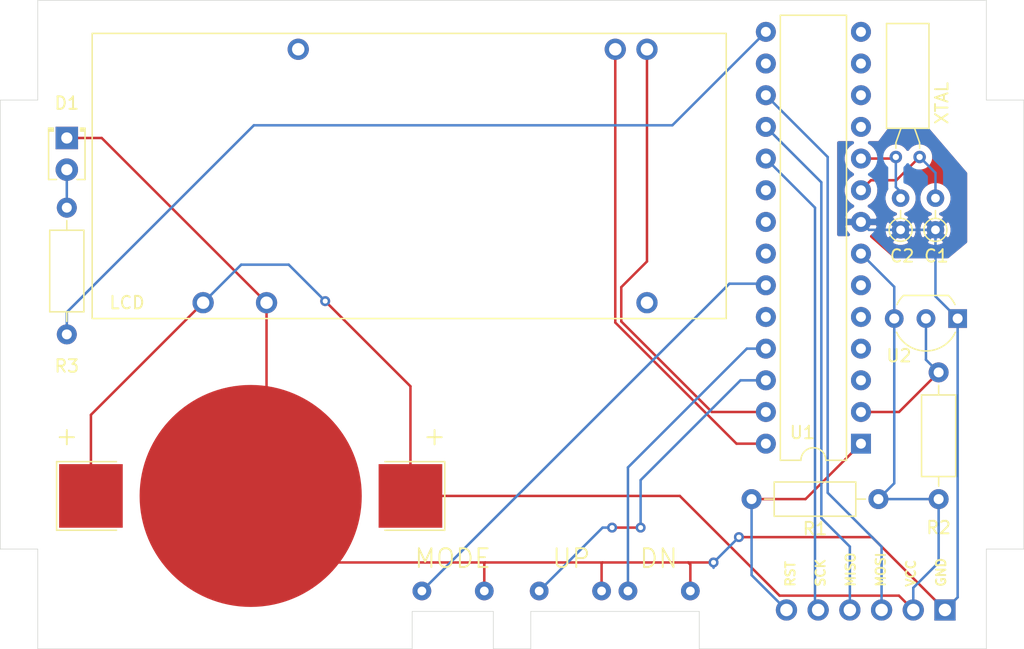
<source format=kicad_pcb>
(kicad_pcb (version 20171130) (host pcbnew "(5.1.9-0-10_14)")

  (general
    (thickness 1.6)
    (drawings 26)
    (tracks 109)
    (zones 0)
    (modules 15)
    (nets 17)
  )

  (page A4)
  (layers
    (0 F.Cu signal hide)
    (31 B.Cu signal hide)
    (32 B.Adhes user)
    (33 F.Adhes user)
    (34 B.Paste user)
    (35 F.Paste user)
    (36 B.SilkS user)
    (37 F.SilkS user)
    (38 B.Mask user)
    (39 F.Mask user hide)
    (40 Dwgs.User user)
    (41 Cmts.User user)
    (42 Eco1.User user)
    (43 Eco2.User user)
    (44 Edge.Cuts user)
    (45 Margin user)
    (46 B.CrtYd user hide)
    (47 F.CrtYd user hide)
    (48 B.Fab user hide)
    (49 F.Fab user hide)
  )

  (setup
    (last_trace_width 0.2)
    (user_trace_width 0.2)
    (user_trace_width 0.4)
    (trace_clearance 0.2)
    (zone_clearance 0.508)
    (zone_45_only no)
    (trace_min 0.2)
    (via_size 0.8)
    (via_drill 0.4)
    (via_min_size 0.4)
    (via_min_drill 0.3)
    (uvia_size 0.3)
    (uvia_drill 0.1)
    (uvias_allowed no)
    (uvia_min_size 0.2)
    (uvia_min_drill 0.1)
    (edge_width 0.05)
    (segment_width 0.2)
    (pcb_text_width 0.3)
    (pcb_text_size 1.5 1.5)
    (mod_edge_width 0.12)
    (mod_text_size 1 1)
    (mod_text_width 0.15)
    (pad_size 1.524 1.524)
    (pad_drill 0.762)
    (pad_to_mask_clearance 0)
    (aux_axis_origin 0 0)
    (visible_elements FFFFFF7F)
    (pcbplotparams
      (layerselection 0x010fc_ffffffff)
      (usegerberextensions false)
      (usegerberattributes true)
      (usegerberadvancedattributes true)
      (creategerberjobfile true)
      (excludeedgelayer true)
      (linewidth 0.100000)
      (plotframeref false)
      (viasonmask false)
      (mode 1)
      (useauxorigin false)
      (hpglpennumber 1)
      (hpglpenspeed 20)
      (hpglpendiameter 15.000000)
      (psnegative false)
      (psa4output false)
      (plotreference true)
      (plotvalue true)
      (plotinvisibletext false)
      (padsonsilk false)
      (subtractmaskfromsilk false)
      (outputformat 1)
      (mirror false)
      (drillshape 1)
      (scaleselection 1)
      (outputdirectory ""))
  )

  (net 0 "")
  (net 1 GND)
  (net 2 VCC)
  (net 3 "Net-(C1-Pad2)")
  (net 4 "Net-(C2-Pad2)")
  (net 5 PIN-RST)
  (net 6 PIN-SCK)
  (net 7 PIN-MISO)
  (net 8 PIN-MOSI)
  (net 9 PIN-SCL)
  (net 10 PIN-SDA)
  (net 11 PIN-DQ)
  (net 12 PIN-BTN-MODE)
  (net 13 PIN-BTN-MINUS)
  (net 14 PIN-BTN-PLUS)
  (net 15 "Net-(D1-Pad2)")
  (net 16 "Net-(R3-Pad1)")

  (net_class Default "This is the default net class."
    (clearance 0.2)
    (trace_width 0.25)
    (via_dia 0.8)
    (via_drill 0.4)
    (uvia_dia 0.3)
    (uvia_drill 0.1)
    (add_net GND)
    (add_net "Net-(C1-Pad2)")
    (add_net "Net-(C2-Pad2)")
    (add_net "Net-(D1-Pad2)")
    (add_net "Net-(R3-Pad1)")
    (add_net PIN-BTN-MINUS)
    (add_net PIN-BTN-MODE)
    (add_net PIN-BTN-PLUS)
    (add_net PIN-DQ)
    (add_net PIN-MISO)
    (add_net PIN-MOSI)
    (add_net PIN-RST)
    (add_net PIN-SCK)
    (add_net PIN-SCL)
    (add_net PIN-SDA)
    (add_net VCC)
  )

  (module Connector:LCD_Feather (layer F.Cu) (tedit 6403A7AC) (tstamp 6403DB17)
    (at 92.71 63.246 90)
    (descr "Through hole straight pin header, 2x16, 2.54mm pitch, double rows")
    (tags "Through hole pin header THT 2x16 2.54mm double row")
    (path /64059638)
    (fp_text reference LCD (at 0 -3.556 180) (layer F.SilkS)
      (effects (font (size 1 1) (thickness 0.15)))
    )
    (fp_text value LCD_Feather (at 17.78 34.29 180) (layer F.Fab)
      (effects (font (size 1 1) (thickness 0.15)))
    )
    (fp_text user %R (at 17.78 2.54 180) (layer F.Fab)
      (effects (font (size 1 1) (thickness 0.15)))
    )
    (fp_line (start -1.27 -6.35) (end 21.59 -6.35) (layer F.SilkS) (width 0.12))
    (fp_line (start 21.59 -6.35) (end 21.59 44.45) (layer F.SilkS) (width 0.12))
    (fp_line (start 21.59 44.45) (end -1.27 44.45) (layer F.SilkS) (width 0.12))
    (fp_line (start -1.27 44.45) (end -1.27 -6.35) (layer F.SilkS) (width 0.12))
    (pad 1 thru_hole oval (at 0 2.54 90) (size 1.7 1.7) (drill 1) (layers *.Cu *.Mask)
      (net 2 VCC))
    (pad 4 thru_hole oval (at 20.32 35.56 90) (size 1.7 1.7) (drill 1) (layers *.Cu *.Mask)
      (net 9 PIN-SCL))
    (pad 3 thru_hole oval (at 20.32 38.1 90) (size 1.7 1.7) (drill 1) (layers *.Cu *.Mask)
      (net 10 PIN-SDA))
    (pad 2 thru_hole oval (at 0 7.62 90) (size 1.7 1.7) (drill 1) (layers *.Cu *.Mask)
      (net 1 GND))
    (pad 5 thru_hole circle (at 20.32 10.16 90) (size 1.7 1.7) (drill 1) (layers *.Cu *.Mask))
    (pad 6 thru_hole circle (at 0 38.1 90) (size 1.7 1.7) (drill 1) (layers *.Cu *.Mask))
    (model ${KISYS3DMOD}/Connector_PinHeader_2.54mm.3dshapes/PinHeader_2x16_P2.54mm_Vertical.wrl
      (at (xyz 0 0 0))
      (scale (xyz 1 1 1))
      (rotate (xyz 0 0 0))
    )
  )

  (module Connector:PushButton5mm (layer F.Cu) (tedit 64039225) (tstamp 6403DB5D)
    (at 129.286 86.36)
    (descr "Through hole straight pin header, 1x02, 2.54mm pitch, single row")
    (tags "Through hole pin header THT 1x02 2.54mm single row")
    (path /6406A5EF)
    (fp_text reference SW2 (at 1.5 -4) (layer F.SilkS) hide
      (effects (font (size 1 1) (thickness 0.15)))
    )
    (fp_text value SW_Push (at 3 4) (layer F.Fab)
      (effects (font (size 1 1) (thickness 0.15)))
    )
    (fp_text user %R (at 2 2 180) (layer F.Fab)
      (effects (font (size 1 1) (thickness 0.15)))
    )
    (pad 2 thru_hole circle (at 5 0 90) (size 1.5 1.5) (drill 0.7) (layers *.Cu *.Mask)
      (net 1 GND))
    (pad 1 thru_hole circle (at 0 0 90) (size 1.5 1.5) (drill 0.7) (layers *.Cu *.Mask)
      (net 13 PIN-BTN-MINUS))
    (model ${KISYS3DMOD}/Connector_PinHeader_2.54mm.3dshapes/PinHeader_1x02_P2.54mm_Vertical.wrl
      (at (xyz 0 0 0))
      (scale (xyz 1 1 1))
      (rotate (xyz 0 0 0))
    )
  )

  (module Connector:PushButton5mm (layer F.Cu) (tedit 640391F2) (tstamp 6403DB69)
    (at 122.174 86.36)
    (descr "Through hole straight pin header, 1x02, 2.54mm pitch, single row")
    (tags "Through hole pin header THT 1x02 2.54mm single row")
    (path /6406B3AA)
    (fp_text reference SW3 (at 1.5 -4) (layer F.SilkS) hide
      (effects (font (size 1 1) (thickness 0.15)))
    )
    (fp_text value SW_Push (at 3 4) (layer F.Fab)
      (effects (font (size 1 1) (thickness 0.15)))
    )
    (fp_text user %R (at 2 2 180) (layer F.Fab)
      (effects (font (size 1 1) (thickness 0.15)))
    )
    (pad 2 thru_hole circle (at 5 0 90) (size 1.5 1.5) (drill 0.7) (layers *.Cu *.Mask)
      (net 1 GND))
    (pad 1 thru_hole circle (at 0 0 90) (size 1.5 1.5) (drill 0.7) (layers *.Cu *.Mask)
      (net 14 PIN-BTN-PLUS))
    (model ${KISYS3DMOD}/Connector_PinHeader_2.54mm.3dshapes/PinHeader_1x02_P2.54mm_Vertical.wrl
      (at (xyz 0 0 0))
      (scale (xyz 1 1 1))
      (rotate (xyz 0 0 0))
    )
  )

  (module Connector:PushButton5mm (layer F.Cu) (tedit 64039188) (tstamp 6403DB51)
    (at 112.776 86.36)
    (descr "Through hole straight pin header, 1x02, 2.54mm pitch, single row")
    (tags "Through hole pin header THT 1x02 2.54mm single row")
    (path /6406336A)
    (fp_text reference SW1 (at 1.5 -4) (layer F.SilkS) hide
      (effects (font (size 1 1) (thickness 0.15)))
    )
    (fp_text value SW_Push (at 3 4) (layer F.Fab)
      (effects (font (size 1 1) (thickness 0.15)))
    )
    (fp_text user %R (at 2 2 180) (layer F.Fab)
      (effects (font (size 1 1) (thickness 0.15)))
    )
    (pad 2 thru_hole circle (at 5 0 90) (size 1.5 1.5) (drill 0.7) (layers *.Cu *.Mask)
      (net 1 GND))
    (pad 1 thru_hole circle (at 0 0 90) (size 1.5 1.5) (drill 0.7) (layers *.Cu *.Mask)
      (net 12 PIN-BTN-MODE))
    (model ${KISYS3DMOD}/Connector_PinHeader_2.54mm.3dshapes/PinHeader_1x02_P2.54mm_Vertical.wrl
      (at (xyz 0 0 0))
      (scale (xyz 1 1 1))
      (rotate (xyz 0 0 0))
    )
  )

  (module Connector_PinHeader_2.54mm:PinHeader_1x06_P2.54mm_Vertical (layer F.Cu) (tedit 64038F9E) (tstamp 6403DB0A)
    (at 154.686 87.884 270)
    (descr "Through hole straight pin header, 1x06, 2.54mm pitch, single row")
    (tags "Through hole pin header THT 1x06 2.54mm single row")
    (path /64037738)
    (fp_text reference J1 (at 0 -2.33 270) (layer F.SilkS) hide
      (effects (font (size 1 1) (thickness 0.15)))
    )
    (fp_text value Port (at 0 15.03 270) (layer F.Fab)
      (effects (font (size 1 1) (thickness 0.15)))
    )
    (fp_text user %R (at 0 6.35) (layer F.Fab)
      (effects (font (size 1 1) (thickness 0.15)))
    )
    (fp_line (start -0.635 -1.27) (end 1.27 -1.27) (layer F.Fab) (width 0.1))
    (fp_line (start 1.27 -1.27) (end 1.27 13.97) (layer F.Fab) (width 0.1))
    (fp_line (start 1.27 13.97) (end -1.27 13.97) (layer F.Fab) (width 0.1))
    (fp_line (start -1.27 13.97) (end -1.27 -0.635) (layer F.Fab) (width 0.1))
    (fp_line (start -1.27 -0.635) (end -0.635 -1.27) (layer F.Fab) (width 0.1))
    (fp_line (start -1.8 -1.8) (end -1.8 14.5) (layer F.CrtYd) (width 0.05))
    (fp_line (start -1.8 14.5) (end 1.8 14.5) (layer F.CrtYd) (width 0.05))
    (fp_line (start 1.8 14.5) (end 1.8 -1.8) (layer F.CrtYd) (width 0.05))
    (fp_line (start 1.8 -1.8) (end -1.8 -1.8) (layer F.CrtYd) (width 0.05))
    (pad 6 thru_hole oval (at 0 12.7 270) (size 1.7 1.7) (drill 1) (layers *.Cu *.Mask)
      (net 5 PIN-RST))
    (pad 5 thru_hole oval (at 0 10.16 270) (size 1.7 1.7) (drill 1) (layers *.Cu *.Mask)
      (net 6 PIN-SCK))
    (pad 4 thru_hole oval (at 0 7.62 270) (size 1.7 1.7) (drill 1) (layers *.Cu *.Mask)
      (net 7 PIN-MISO))
    (pad 3 thru_hole oval (at 0 5.08 270) (size 1.7 1.7) (drill 1) (layers *.Cu *.Mask)
      (net 8 PIN-MOSI))
    (pad 2 thru_hole oval (at 0 2.54 270) (size 1.7 1.7) (drill 1) (layers *.Cu *.Mask)
      (net 2 VCC))
    (pad 1 thru_hole rect (at 0 0 270) (size 1.7 1.7) (drill 1) (layers *.Cu *.Mask)
      (net 1 GND))
    (model ${KISYS3DMOD}/Connector_PinHeader_2.54mm.3dshapes/PinHeader_1x06_P2.54mm_Vertical.wrl
      (at (xyz 0 0 0))
      (scale (xyz 1 1 1))
      (rotate (xyz 0 0 0))
    )
  )

  (module Battery:BatteryHolder_Keystone_3002_1x2032 (layer F.Cu) (tedit 64038EE1) (tstamp 6403DAD2)
    (at 99.06 78.74 180)
    (descr https://www.tme.eu/it/Document/a823211ec201a9e209042d155fe22d2b/KEYS2996.pdf)
    (tags "BR2016 CR2016 DL2016 BR2020 CL2020 BR2025 CR2025 DL2025 DR2032 CR2032 DL2032")
    (path /63D8E0EA)
    (attr smd)
    (fp_text reference BT1 (at -9.15 9.7 180) (layer F.SilkS) hide
      (effects (font (size 1 1) (thickness 0.15)))
    )
    (fp_text value "3V Coin" (at 0 -11 180) (layer F.Fab)
      (effects (font (size 1 1) (thickness 0.15)))
    )
    (fp_arc (start 0 0) (end 3.9 -9.8) (angle -43.40107348) (layer F.CrtYd) (width 0.05))
    (fp_text user %R (at -9.15 9.7 180) (layer F.Fab)
      (effects (font (size 1 1) (thickness 0.15)))
    )
    (fp_line (start 15.55 -2.75) (end 10.75 -2.75) (layer F.SilkS) (width 0.12))
    (fp_line (start 15.55 2.75) (end 15.55 -2.75) (layer F.SilkS) (width 0.12))
    (fp_line (start 10.75 2.75) (end 15.55 2.75) (layer F.SilkS) (width 0.12))
    (fp_line (start -15.55 2.75) (end -10.75 2.75) (layer F.SilkS) (width 0.12))
    (fp_line (start -15.55 -2.75) (end -15.55 2.75) (layer F.SilkS) (width 0.12))
    (fp_line (start -10.75 -2.75) (end -15.55 -2.75) (layer F.SilkS) (width 0.12))
    (fp_line (start -15.85 3.05) (end -15.85 -3.05) (layer F.CrtYd) (width 0.05))
    (fp_line (start -11.05 3.05) (end -15.85 3.05) (layer F.CrtYd) (width 0.05))
    (fp_line (start -11.05 6.35) (end -11.05 3.05) (layer F.CrtYd) (width 0.05))
    (fp_line (start -4.3 11.1) (end -11.05 6.35) (layer F.CrtYd) (width 0.05))
    (fp_line (start 4.3 11.1) (end -4.3 11.1) (layer F.CrtYd) (width 0.05))
    (fp_line (start 11.05 6.35) (end 4.3 11.1) (layer F.CrtYd) (width 0.05))
    (fp_line (start 11.05 3.05) (end 11.05 6.35) (layer F.CrtYd) (width 0.05))
    (fp_line (start 15.85 3.05) (end 11.05 3.05) (layer F.CrtYd) (width 0.05))
    (fp_line (start 15.85 -3.05) (end 15.85 3.05) (layer F.CrtYd) (width 0.05))
    (fp_line (start 11.05 -3.05) (end 15.85 -3.05) (layer F.CrtYd) (width 0.05))
    (fp_line (start 11.05 -9.8) (end 11.05 -3.05) (layer F.CrtYd) (width 0.05))
    (fp_line (start 11.05 -9.8) (end 3.9 -9.8) (layer F.CrtYd) (width 0.05))
    (fp_line (start -11.05 -9.8) (end -3.9 -9.8) (layer F.CrtYd) (width 0.05))
    (fp_line (start -11.05 -3.05) (end -11.05 -9.8) (layer F.CrtYd) (width 0.05))
    (fp_line (start -15.85 -3.05) (end -11.05 -3.05) (layer F.CrtYd) (width 0.05))
    (fp_circle (center 0 0) (end 10 0) (layer Dwgs.User) (width 0.2))
    (fp_line (start 10.55 5.9) (end 3.8 10.6) (layer F.Fab) (width 0.1))
    (fp_line (start -10.55 5.85) (end -3.8 10.6) (layer F.Fab) (width 0.1))
    (fp_line (start -10.55 -2.55) (end -10.55 -9.3) (layer F.Fab) (width 0.1))
    (fp_line (start 10.55 -9.3) (end -10.55 -9.3) (layer F.Fab) (width 0.1))
    (fp_line (start 10.55 -2.55) (end 10.55 -9.3) (layer F.Fab) (width 0.1))
    (fp_line (start 15.35 -2.55) (end 10.55 -2.55) (layer F.Fab) (width 0.1))
    (fp_line (start 15.35 2.55) (end 15.35 -2.55) (layer F.Fab) (width 0.1))
    (fp_line (start 10.55 2.55) (end 15.35 2.55) (layer F.Fab) (width 0.1))
    (fp_line (start -3.8 10.6) (end 3.8 10.6) (layer F.Fab) (width 0.1))
    (fp_line (start 10.55 2.55) (end 10.55 5.9) (layer F.Fab) (width 0.1))
    (fp_line (start -10.55 2.55) (end -10.55 5.85) (layer F.Fab) (width 0.1))
    (fp_line (start -15.35 -2.55) (end -10.55 -2.55) (layer F.Fab) (width 0.1))
    (fp_line (start -15.35 2.55) (end -10.55 2.55) (layer F.Fab) (width 0.1))
    (fp_line (start -15.35 -2.55) (end -15.35 2.55) (layer F.Fab) (width 0.1))
    (pad 2 smd circle (at 0 0 180) (size 17.8 17.8) (layers F.Cu F.Mask)
      (net 1 GND))
    (pad 1 smd rect (at -12.8 0 180) (size 5.1 5.1) (layers F.Cu F.Paste F.Mask)
      (net 2 VCC))
    (pad 1 smd rect (at 12.8 0 180) (size 5.1 5.1) (layers F.Cu F.Paste F.Mask)
      (net 2 VCC))
    (model ${KISYS3DMOD}/Battery.3dshapes/BatteryHolder_Keystone_3002_1x2032.wrl
      (at (xyz 0 0 0))
      (scale (xyz 1 1 1))
      (rotate (xyz 0 0 0))
    )
  )

  (module Resistor_THT:R_Axial_DIN0207_L6.3mm_D2.5mm_P10.16mm_Horizontal (layer F.Cu) (tedit 5AE5139B) (tstamp 6403F9D4)
    (at 84.328 65.786 90)
    (descr "Resistor, Axial_DIN0207 series, Axial, Horizontal, pin pitch=10.16mm, 0.25W = 1/4W, length*diameter=6.3*2.5mm^2, http://cdn-reichelt.de/documents/datenblatt/B400/1_4W%23YAG.pdf")
    (tags "Resistor Axial_DIN0207 series Axial Horizontal pin pitch 10.16mm 0.25W = 1/4W length 6.3mm diameter 2.5mm")
    (path /6409FDC2)
    (fp_text reference R3 (at -2.54 0) (layer F.SilkS)
      (effects (font (size 1 1) (thickness 0.15)))
    )
    (fp_text value 1k (at 5.08 2.37 90) (layer F.Fab)
      (effects (font (size 1 1) (thickness 0.15)))
    )
    (fp_text user %R (at 5.08 0 90) (layer F.Fab)
      (effects (font (size 1 1) (thickness 0.15)))
    )
    (fp_line (start 1.93 -1.25) (end 1.93 1.25) (layer F.Fab) (width 0.1))
    (fp_line (start 1.93 1.25) (end 8.23 1.25) (layer F.Fab) (width 0.1))
    (fp_line (start 8.23 1.25) (end 8.23 -1.25) (layer F.Fab) (width 0.1))
    (fp_line (start 8.23 -1.25) (end 1.93 -1.25) (layer F.Fab) (width 0.1))
    (fp_line (start 0 0) (end 1.93 0) (layer F.Fab) (width 0.1))
    (fp_line (start 10.16 0) (end 8.23 0) (layer F.Fab) (width 0.1))
    (fp_line (start 1.81 -1.37) (end 1.81 1.37) (layer F.SilkS) (width 0.12))
    (fp_line (start 1.81 1.37) (end 8.35 1.37) (layer F.SilkS) (width 0.12))
    (fp_line (start 8.35 1.37) (end 8.35 -1.37) (layer F.SilkS) (width 0.12))
    (fp_line (start 8.35 -1.37) (end 1.81 -1.37) (layer F.SilkS) (width 0.12))
    (fp_line (start 1.04 0) (end 1.81 0) (layer F.SilkS) (width 0.12))
    (fp_line (start 9.12 0) (end 8.35 0) (layer F.SilkS) (width 0.12))
    (fp_line (start -1.05 -1.5) (end -1.05 1.5) (layer F.CrtYd) (width 0.05))
    (fp_line (start -1.05 1.5) (end 11.21 1.5) (layer F.CrtYd) (width 0.05))
    (fp_line (start 11.21 1.5) (end 11.21 -1.5) (layer F.CrtYd) (width 0.05))
    (fp_line (start 11.21 -1.5) (end -1.05 -1.5) (layer F.CrtYd) (width 0.05))
    (pad 2 thru_hole oval (at 10.16 0 90) (size 1.6 1.6) (drill 0.8) (layers *.Cu *.Mask)
      (net 15 "Net-(D1-Pad2)"))
    (pad 1 thru_hole circle (at 0 0 90) (size 1.6 1.6) (drill 0.8) (layers *.Cu *.Mask)
      (net 16 "Net-(R3-Pad1)"))
    (model ${KISYS3DMOD}/Resistor_THT.3dshapes/R_Axial_DIN0207_L6.3mm_D2.5mm_P10.16mm_Horizontal.wrl
      (at (xyz 0 0 0))
      (scale (xyz 1 1 1))
      (rotate (xyz 0 0 0))
    )
  )

  (module LED_THT:LED_D2.0mm_W4.0mm_H2.8mm_FlatTop (layer F.Cu) (tedit 5880A862) (tstamp 6403F91B)
    (at 84.328 50.038 270)
    (descr "LED, Round, FlatTop,  Rectangular size 4.0x2.8mm^2 diameter 2.0mm, 2 pins, http://www.kingbright.com/attachments/file/psearch/000/00/00/L-1034IDT(Ver.9A).pdf")
    (tags "LED Round FlatTop  Rectangular size 4.0x2.8mm^2 diameter 2.0mm 2 pins")
    (path /6409ED50)
    (fp_text reference D1 (at -2.794 0) (layer F.SilkS)
      (effects (font (size 1 1) (thickness 0.15)))
    )
    (fp_text value LED (at 1.27 2.46 90) (layer F.Fab)
      (effects (font (size 1 1) (thickness 0.15)))
    )
    (fp_circle (center 1.27 0) (end 2.27 0) (layer F.Fab) (width 0.1))
    (fp_line (start -0.73 -1.4) (end -0.73 1.4) (layer F.Fab) (width 0.1))
    (fp_line (start -0.73 1.4) (end 3.27 1.4) (layer F.Fab) (width 0.1))
    (fp_line (start 3.27 1.4) (end 3.27 -1.4) (layer F.Fab) (width 0.1))
    (fp_line (start 3.27 -1.4) (end -0.73 -1.4) (layer F.Fab) (width 0.1))
    (fp_line (start -0.79 -1.46) (end 3.33 -1.46) (layer F.SilkS) (width 0.12))
    (fp_line (start -0.79 1.46) (end 3.33 1.46) (layer F.SilkS) (width 0.12))
    (fp_line (start -0.79 -1.46) (end -0.79 -1.08) (layer F.SilkS) (width 0.12))
    (fp_line (start -0.79 1.08) (end -0.79 1.46) (layer F.SilkS) (width 0.12))
    (fp_line (start 3.33 -1.46) (end 3.33 -0.825) (layer F.SilkS) (width 0.12))
    (fp_line (start 3.33 0.825) (end 3.33 1.46) (layer F.SilkS) (width 0.12))
    (fp_line (start -0.67 -1.46) (end -0.67 -1.08) (layer F.SilkS) (width 0.12))
    (fp_line (start -0.67 1.08) (end -0.67 1.46) (layer F.SilkS) (width 0.12))
    (fp_line (start -0.55 -1.46) (end -0.55 -1.08) (layer F.SilkS) (width 0.12))
    (fp_line (start -0.55 1.08) (end -0.55 1.46) (layer F.SilkS) (width 0.12))
    (fp_line (start -1.15 -1.75) (end -1.15 1.75) (layer F.CrtYd) (width 0.05))
    (fp_line (start -1.15 1.75) (end 3.7 1.75) (layer F.CrtYd) (width 0.05))
    (fp_line (start 3.7 1.75) (end 3.7 -1.75) (layer F.CrtYd) (width 0.05))
    (fp_line (start 3.7 -1.75) (end -1.15 -1.75) (layer F.CrtYd) (width 0.05))
    (pad 2 thru_hole circle (at 2.54 0 270) (size 1.8 1.8) (drill 0.9) (layers *.Cu *.Mask)
      (net 15 "Net-(D1-Pad2)"))
    (pad 1 thru_hole rect (at 0 0 270) (size 1.8 1.8) (drill 0.9) (layers *.Cu *.Mask)
      (net 1 GND))
    (model ${KISYS3DMOD}/LED_THT.3dshapes/LED_D2.0mm_W4.0mm_H2.8mm_FlatTop.wrl
      (at (xyz 0 0 0))
      (scale (xyz 1 1 1))
      (rotate (xyz 0 0 0))
    )
  )

  (module Crystal:Crystal_C38-LF_D3.0mm_L8.0mm_Horizontal (layer F.Cu) (tedit 64037E05) (tstamp 6403DBC8)
    (at 152.654 51.562 180)
    (descr "Crystal THT C38-LF 8.0mm length 3.0mm diameter")
    (tags ['C38-LF'])
    (path /63D97EB5)
    (fp_text reference XTAL (at -1.778 4.318 90) (layer F.SilkS)
      (effects (font (size 1 1) (thickness 0.15)))
    )
    (fp_text value 32kHz (at 3.97 2.25 90) (layer F.Fab)
      (effects (font (size 1 1) (thickness 0.15)))
    )
    (fp_text user %R (at 1.25 6.5 90) (layer F.Fab)
      (effects (font (size 0.7 0.7) (thickness 0.105)))
    )
    (fp_line (start -0.55 2.5) (end -0.55 10.5) (layer F.Fab) (width 0.1))
    (fp_line (start -0.55 10.5) (end 2.45 10.5) (layer F.Fab) (width 0.1))
    (fp_line (start 2.45 10.5) (end 2.45 2.5) (layer F.Fab) (width 0.1))
    (fp_line (start 2.45 2.5) (end -0.55 2.5) (layer F.Fab) (width 0.1))
    (fp_line (start 0.405 2.5) (end 0 1.25) (layer F.Fab) (width 0.1))
    (fp_line (start 0 1.25) (end 0 0) (layer F.Fab) (width 0.1))
    (fp_line (start 1.495 2.5) (end 1.9 1.25) (layer F.Fab) (width 0.1))
    (fp_line (start 1.9 1.25) (end 1.9 0) (layer F.Fab) (width 0.1))
    (fp_line (start -0.75 2.3) (end -0.75 10.7) (layer F.SilkS) (width 0.12))
    (fp_line (start -0.75 10.7) (end 2.65 10.7) (layer F.SilkS) (width 0.12))
    (fp_line (start 2.65 10.7) (end 2.65 2.3) (layer F.SilkS) (width 0.12))
    (fp_line (start 2.65 2.3) (end -0.75 2.3) (layer F.SilkS) (width 0.12))
    (fp_line (start 0.405 2.3) (end 0 1.15) (layer F.SilkS) (width 0.12))
    (fp_line (start 0 1.15) (end 0 0.7) (layer F.SilkS) (width 0.12))
    (fp_line (start 1.495 2.3) (end 1.9 1.15) (layer F.SilkS) (width 0.12))
    (fp_line (start 1.9 1.15) (end 1.9 0.7) (layer F.SilkS) (width 0.12))
    (fp_line (start -1.3 -0.8) (end -1.3 11.3) (layer F.CrtYd) (width 0.05))
    (fp_line (start -1.3 11.3) (end 3.2 11.3) (layer F.CrtYd) (width 0.05))
    (fp_line (start 3.2 11.3) (end 3.2 -0.8) (layer F.CrtYd) (width 0.05))
    (fp_line (start 3.2 -0.8) (end -1.3 -0.8) (layer F.CrtYd) (width 0.05))
    (pad 2 thru_hole circle (at 0 0 180) (size 1 1) (drill 0.5) (layers *.Cu *.Mask)
      (net 3 "Net-(C1-Pad2)"))
    (pad 1 thru_hole circle (at 1.905 0 180) (size 1 1) (drill 0.5) (layers *.Cu *.Mask)
      (net 4 "Net-(C2-Pad2)"))
    (model ${KISYS3DMOD}/Crystal.3dshapes/Crystal_C38-LF_D3.0mm_L8.0mm_Horizontal.wrl
      (at (xyz 0 0 0))
      (scale (xyz 1 1 1))
      (rotate (xyz 0 0 0))
    )
  )

  (module Package_TO_SOT_THT:TO-92_Inline_Wide (layer F.Cu) (tedit 5A02FF81) (tstamp 6403DBAD)
    (at 155.702 64.516 180)
    (descr "TO-92 leads in-line, wide, drill 0.75mm (see NXP sot054_po.pdf)")
    (tags "to-92 sc-43 sc-43a sot54 PA33 transistor")
    (path /6405CC84)
    (fp_text reference U2 (at 4.702 -2.984) (layer F.SilkS)
      (effects (font (size 1 1) (thickness 0.15)))
    )
    (fp_text value DS18B20 (at 2.54 2.79) (layer F.Fab)
      (effects (font (size 1 1) (thickness 0.15)))
    )
    (fp_arc (start 2.54 0) (end 4.34 1.85) (angle -20) (layer F.SilkS) (width 0.12))
    (fp_arc (start 2.54 0) (end 2.54 -2.48) (angle -135) (layer F.Fab) (width 0.1))
    (fp_arc (start 2.54 0) (end 2.54 -2.48) (angle 135) (layer F.Fab) (width 0.1))
    (fp_arc (start 2.54 0) (end 2.54 -2.6) (angle 65) (layer F.SilkS) (width 0.12))
    (fp_arc (start 2.54 0) (end 2.54 -2.6) (angle -65) (layer F.SilkS) (width 0.12))
    (fp_arc (start 2.54 0) (end 0.74 1.85) (angle 20) (layer F.SilkS) (width 0.12))
    (fp_text user %R (at 24.384 0.254 90) (layer F.Fab)
      (effects (font (size 1 1) (thickness 0.15)))
    )
    (fp_line (start 0.74 1.85) (end 4.34 1.85) (layer F.SilkS) (width 0.12))
    (fp_line (start 0.8 1.75) (end 4.3 1.75) (layer F.Fab) (width 0.1))
    (fp_line (start -1.01 -2.73) (end 6.09 -2.73) (layer F.CrtYd) (width 0.05))
    (fp_line (start -1.01 -2.73) (end -1.01 2.01) (layer F.CrtYd) (width 0.05))
    (fp_line (start 6.09 2.01) (end 6.09 -2.73) (layer F.CrtYd) (width 0.05))
    (fp_line (start 6.09 2.01) (end -1.01 2.01) (layer F.CrtYd) (width 0.05))
    (pad 1 thru_hole rect (at 0 0 180) (size 1.5 1.5) (drill 0.8) (layers *.Cu *.Mask)
      (net 1 GND))
    (pad 3 thru_hole circle (at 5.08 0 180) (size 1.5 1.5) (drill 0.8) (layers *.Cu *.Mask)
      (net 2 VCC))
    (pad 2 thru_hole circle (at 2.54 0 180) (size 1.5 1.5) (drill 0.8) (layers *.Cu *.Mask)
      (net 11 PIN-DQ))
    (model ${KISYS3DMOD}/Package_TO_SOT_THT.3dshapes/TO-92_Inline_Wide.wrl
      (at (xyz 0 0 0))
      (scale (xyz 1 1 1))
      (rotate (xyz 0 0 0))
    )
  )

  (module Package_DIP:DIP-28_W7.62mm (layer F.Cu) (tedit 5A02E8C5) (tstamp 6403DB99)
    (at 147.955 74.549 180)
    (descr "28-lead though-hole mounted DIP package, row spacing 7.62 mm (300 mils)")
    (tags "THT DIP DIL PDIP 2.54mm 7.62mm 300mil")
    (path /63D8B760)
    (fp_text reference U1 (at 4.699 0.889) (layer F.SilkS)
      (effects (font (size 1 1) (thickness 0.15)))
    )
    (fp_text value ATmega88V-10PU (at 3.81 35.35) (layer F.Fab)
      (effects (font (size 1 1) (thickness 0.15)))
    )
    (fp_text user %R (at 3.81 16.51) (layer F.Fab)
      (effects (font (size 1 1) (thickness 0.15)))
    )
    (fp_arc (start 3.81 -1.33) (end 2.81 -1.33) (angle -180) (layer F.SilkS) (width 0.12))
    (fp_line (start 1.635 -1.27) (end 6.985 -1.27) (layer F.Fab) (width 0.1))
    (fp_line (start 6.985 -1.27) (end 6.985 34.29) (layer F.Fab) (width 0.1))
    (fp_line (start 6.985 34.29) (end 0.635 34.29) (layer F.Fab) (width 0.1))
    (fp_line (start 0.635 34.29) (end 0.635 -0.27) (layer F.Fab) (width 0.1))
    (fp_line (start 0.635 -0.27) (end 1.635 -1.27) (layer F.Fab) (width 0.1))
    (fp_line (start 2.81 -1.33) (end 1.16 -1.33) (layer F.SilkS) (width 0.12))
    (fp_line (start 1.16 -1.33) (end 1.16 34.35) (layer F.SilkS) (width 0.12))
    (fp_line (start 1.16 34.35) (end 6.46 34.35) (layer F.SilkS) (width 0.12))
    (fp_line (start 6.46 34.35) (end 6.46 -1.33) (layer F.SilkS) (width 0.12))
    (fp_line (start 6.46 -1.33) (end 4.81 -1.33) (layer F.SilkS) (width 0.12))
    (fp_line (start -1.1 -1.55) (end -1.1 34.55) (layer F.CrtYd) (width 0.05))
    (fp_line (start -1.1 34.55) (end 8.7 34.55) (layer F.CrtYd) (width 0.05))
    (fp_line (start 8.7 34.55) (end 8.7 -1.55) (layer F.CrtYd) (width 0.05))
    (fp_line (start 8.7 -1.55) (end -1.1 -1.55) (layer F.CrtYd) (width 0.05))
    (pad 28 thru_hole oval (at 7.62 0 180) (size 1.6 1.6) (drill 0.8) (layers *.Cu *.Mask)
      (net 9 PIN-SCL))
    (pad 14 thru_hole oval (at 0 33.02 180) (size 1.6 1.6) (drill 0.8) (layers *.Cu *.Mask))
    (pad 27 thru_hole oval (at 7.62 2.54 180) (size 1.6 1.6) (drill 0.8) (layers *.Cu *.Mask)
      (net 10 PIN-SDA))
    (pad 13 thru_hole oval (at 0 30.48 180) (size 1.6 1.6) (drill 0.8) (layers *.Cu *.Mask))
    (pad 26 thru_hole oval (at 7.62 5.08 180) (size 1.6 1.6) (drill 0.8) (layers *.Cu *.Mask)
      (net 14 PIN-BTN-PLUS))
    (pad 12 thru_hole oval (at 0 27.94 180) (size 1.6 1.6) (drill 0.8) (layers *.Cu *.Mask))
    (pad 25 thru_hole oval (at 7.62 7.62 180) (size 1.6 1.6) (drill 0.8) (layers *.Cu *.Mask)
      (net 13 PIN-BTN-MINUS))
    (pad 11 thru_hole oval (at 0 25.4 180) (size 1.6 1.6) (drill 0.8) (layers *.Cu *.Mask))
    (pad 24 thru_hole oval (at 7.62 10.16 180) (size 1.6 1.6) (drill 0.8) (layers *.Cu *.Mask))
    (pad 10 thru_hole oval (at 0 22.86 180) (size 1.6 1.6) (drill 0.8) (layers *.Cu *.Mask)
      (net 4 "Net-(C2-Pad2)"))
    (pad 23 thru_hole oval (at 7.62 12.7 180) (size 1.6 1.6) (drill 0.8) (layers *.Cu *.Mask)
      (net 12 PIN-BTN-MODE))
    (pad 9 thru_hole oval (at 0 20.32 180) (size 1.6 1.6) (drill 0.8) (layers *.Cu *.Mask)
      (net 3 "Net-(C1-Pad2)"))
    (pad 22 thru_hole oval (at 7.62 15.24 180) (size 1.6 1.6) (drill 0.8) (layers *.Cu *.Mask))
    (pad 8 thru_hole oval (at 0 17.78 180) (size 1.6 1.6) (drill 0.8) (layers *.Cu *.Mask)
      (net 1 GND))
    (pad 21 thru_hole oval (at 7.62 17.78 180) (size 1.6 1.6) (drill 0.8) (layers *.Cu *.Mask))
    (pad 7 thru_hole oval (at 0 15.24 180) (size 1.6 1.6) (drill 0.8) (layers *.Cu *.Mask)
      (net 2 VCC))
    (pad 20 thru_hole oval (at 7.62 20.32 180) (size 1.6 1.6) (drill 0.8) (layers *.Cu *.Mask))
    (pad 6 thru_hole oval (at 0 12.7 180) (size 1.6 1.6) (drill 0.8) (layers *.Cu *.Mask))
    (pad 19 thru_hole oval (at 7.62 22.86 180) (size 1.6 1.6) (drill 0.8) (layers *.Cu *.Mask)
      (net 6 PIN-SCK))
    (pad 5 thru_hole oval (at 0 10.16 180) (size 1.6 1.6) (drill 0.8) (layers *.Cu *.Mask))
    (pad 18 thru_hole oval (at 7.62 25.4 180) (size 1.6 1.6) (drill 0.8) (layers *.Cu *.Mask)
      (net 7 PIN-MISO))
    (pad 4 thru_hole oval (at 0 7.62 180) (size 1.6 1.6) (drill 0.8) (layers *.Cu *.Mask))
    (pad 17 thru_hole oval (at 7.62 27.94 180) (size 1.6 1.6) (drill 0.8) (layers *.Cu *.Mask)
      (net 8 PIN-MOSI))
    (pad 3 thru_hole oval (at 0 5.08 180) (size 1.6 1.6) (drill 0.8) (layers *.Cu *.Mask))
    (pad 16 thru_hole oval (at 7.62 30.48 180) (size 1.6 1.6) (drill 0.8) (layers *.Cu *.Mask))
    (pad 2 thru_hole oval (at 0 2.54 180) (size 1.6 1.6) (drill 0.8) (layers *.Cu *.Mask)
      (net 11 PIN-DQ))
    (pad 15 thru_hole oval (at 7.62 33.02 180) (size 1.6 1.6) (drill 0.8) (layers *.Cu *.Mask)
      (net 16 "Net-(R3-Pad1)"))
    (pad 1 thru_hole rect (at 0 0 180) (size 1.6 1.6) (drill 0.8) (layers *.Cu *.Mask)
      (net 5 PIN-RST))
    (model ${KISYS3DMOD}/Package_DIP.3dshapes/DIP-28_W7.62mm.wrl
      (at (xyz 0 0 0))
      (scale (xyz 1 1 1))
      (rotate (xyz 0 0 0))
    )
  )

  (module Resistor_THT:R_Axial_DIN0207_L6.3mm_D2.5mm_P10.16mm_Horizontal (layer F.Cu) (tedit 5AE5139B) (tstamp 6403DB45)
    (at 154.178 68.834 270)
    (descr "Resistor, Axial_DIN0207 series, Axial, Horizontal, pin pitch=10.16mm, 0.25W = 1/4W, length*diameter=6.3*2.5mm^2, http://cdn-reichelt.de/documents/datenblatt/B400/1_4W%23YAG.pdf")
    (tags "Resistor Axial_DIN0207 series Axial Horizontal pin pitch 10.16mm 0.25W = 1/4W length 6.3mm diameter 2.5mm")
    (path /6405E32E)
    (fp_text reference R2 (at 12.446 0) (layer F.SilkS)
      (effects (font (size 1 1) (thickness 0.15)))
    )
    (fp_text value 5k (at 5.08 2.37 90) (layer F.Fab)
      (effects (font (size 1 1) (thickness 0.15)))
    )
    (fp_text user %R (at 5.08 0 90) (layer F.Fab)
      (effects (font (size 1 1) (thickness 0.15)))
    )
    (fp_line (start 1.93 -1.25) (end 1.93 1.25) (layer F.Fab) (width 0.1))
    (fp_line (start 1.93 1.25) (end 8.23 1.25) (layer F.Fab) (width 0.1))
    (fp_line (start 8.23 1.25) (end 8.23 -1.25) (layer F.Fab) (width 0.1))
    (fp_line (start 8.23 -1.25) (end 1.93 -1.25) (layer F.Fab) (width 0.1))
    (fp_line (start 0 0) (end 1.93 0) (layer F.Fab) (width 0.1))
    (fp_line (start 10.16 0) (end 8.23 0) (layer F.Fab) (width 0.1))
    (fp_line (start 1.81 -1.37) (end 1.81 1.37) (layer F.SilkS) (width 0.12))
    (fp_line (start 1.81 1.37) (end 8.35 1.37) (layer F.SilkS) (width 0.12))
    (fp_line (start 8.35 1.37) (end 8.35 -1.37) (layer F.SilkS) (width 0.12))
    (fp_line (start 8.35 -1.37) (end 1.81 -1.37) (layer F.SilkS) (width 0.12))
    (fp_line (start 1.04 0) (end 1.81 0) (layer F.SilkS) (width 0.12))
    (fp_line (start 9.12 0) (end 8.35 0) (layer F.SilkS) (width 0.12))
    (fp_line (start -1.05 -1.5) (end -1.05 1.5) (layer F.CrtYd) (width 0.05))
    (fp_line (start -1.05 1.5) (end 11.21 1.5) (layer F.CrtYd) (width 0.05))
    (fp_line (start 11.21 1.5) (end 11.21 -1.5) (layer F.CrtYd) (width 0.05))
    (fp_line (start 11.21 -1.5) (end -1.05 -1.5) (layer F.CrtYd) (width 0.05))
    (pad 2 thru_hole oval (at 10.16 0 270) (size 1.6 1.6) (drill 0.8) (layers *.Cu *.Mask)
      (net 2 VCC))
    (pad 1 thru_hole circle (at 0 0 270) (size 1.6 1.6) (drill 0.8) (layers *.Cu *.Mask)
      (net 11 PIN-DQ))
    (model ${KISYS3DMOD}/Resistor_THT.3dshapes/R_Axial_DIN0207_L6.3mm_D2.5mm_P10.16mm_Horizontal.wrl
      (at (xyz 0 0 0))
      (scale (xyz 1 1 1))
      (rotate (xyz 0 0 0))
    )
  )

  (module Resistor_THT:R_Axial_DIN0207_L6.3mm_D2.5mm_P10.16mm_Horizontal (layer F.Cu) (tedit 5AE5139B) (tstamp 6403DB2E)
    (at 149.352 78.994 180)
    (descr "Resistor, Axial_DIN0207 series, Axial, Horizontal, pin pitch=10.16mm, 0.25W = 1/4W, length*diameter=6.3*2.5mm^2, http://cdn-reichelt.de/documents/datenblatt/B400/1_4W%23YAG.pdf")
    (tags "Resistor Axial_DIN0207 series Axial Horizontal pin pitch 10.16mm 0.25W = 1/4W length 6.3mm diameter 2.5mm")
    (path /63D92D6A)
    (fp_text reference R1 (at 5.08 -2.37) (layer F.SilkS)
      (effects (font (size 1 1) (thickness 0.15)))
    )
    (fp_text value 10k (at 5.08 2.37) (layer F.Fab)
      (effects (font (size 1 1) (thickness 0.15)))
    )
    (fp_text user %R (at 5.08 0) (layer F.Fab)
      (effects (font (size 1 1) (thickness 0.15)))
    )
    (fp_line (start 1.93 -1.25) (end 1.93 1.25) (layer F.Fab) (width 0.1))
    (fp_line (start 1.93 1.25) (end 8.23 1.25) (layer F.Fab) (width 0.1))
    (fp_line (start 8.23 1.25) (end 8.23 -1.25) (layer F.Fab) (width 0.1))
    (fp_line (start 8.23 -1.25) (end 1.93 -1.25) (layer F.Fab) (width 0.1))
    (fp_line (start 0 0) (end 1.93 0) (layer F.Fab) (width 0.1))
    (fp_line (start 10.16 0) (end 8.23 0) (layer F.Fab) (width 0.1))
    (fp_line (start 1.81 -1.37) (end 1.81 1.37) (layer F.SilkS) (width 0.12))
    (fp_line (start 1.81 1.37) (end 8.35 1.37) (layer F.SilkS) (width 0.12))
    (fp_line (start 8.35 1.37) (end 8.35 -1.37) (layer F.SilkS) (width 0.12))
    (fp_line (start 8.35 -1.37) (end 1.81 -1.37) (layer F.SilkS) (width 0.12))
    (fp_line (start 1.04 0) (end 1.81 0) (layer F.SilkS) (width 0.12))
    (fp_line (start 9.12 0) (end 8.35 0) (layer F.SilkS) (width 0.12))
    (fp_line (start -1.05 -1.5) (end -1.05 1.5) (layer F.CrtYd) (width 0.05))
    (fp_line (start -1.05 1.5) (end 11.21 1.5) (layer F.CrtYd) (width 0.05))
    (fp_line (start 11.21 1.5) (end 11.21 -1.5) (layer F.CrtYd) (width 0.05))
    (fp_line (start 11.21 -1.5) (end -1.05 -1.5) (layer F.CrtYd) (width 0.05))
    (pad 2 thru_hole oval (at 10.16 0 180) (size 1.6 1.6) (drill 0.8) (layers *.Cu *.Mask)
      (net 5 PIN-RST))
    (pad 1 thru_hole circle (at 0 0 180) (size 1.6 1.6) (drill 0.8) (layers *.Cu *.Mask)
      (net 2 VCC))
    (model ${KISYS3DMOD}/Resistor_THT.3dshapes/R_Axial_DIN0207_L6.3mm_D2.5mm_P10.16mm_Horizontal.wrl
      (at (xyz 0 0 0))
      (scale (xyz 1 1 1))
      (rotate (xyz 0 0 0))
    )
  )

  (module Resistor_THT:R_Axial_DIN0204_L3.6mm_D1.6mm_P2.54mm_Vertical (layer F.Cu) (tedit 5AE5139B) (tstamp 6403DAF0)
    (at 151.13 57.404 90)
    (descr "Resistor, Axial_DIN0204 series, Axial, Vertical, pin pitch=2.54mm, 0.167W, length*diameter=3.6*1.6mm^2, http://cdn-reichelt.de/documents/datenblatt/B400/1_4W%23YAG.pdf")
    (tags "Resistor Axial_DIN0204 series Axial Vertical pin pitch 2.54mm 0.167W length 3.6mm diameter 1.6mm")
    (path /63D99A49)
    (fp_text reference C2 (at -2.096 0.12) (layer F.SilkS)
      (effects (font (size 1 1) (thickness 0.15)))
    )
    (fp_text value 6pF (at 1.27 1.92 90) (layer F.Fab)
      (effects (font (size 1 1) (thickness 0.15)))
    )
    (fp_text user %R (at 1.27 -1.92 90) (layer F.Fab)
      (effects (font (size 1 1) (thickness 0.15)))
    )
    (fp_circle (center 0 0) (end 0.8 0) (layer F.Fab) (width 0.1))
    (fp_circle (center 0 0) (end 0.92 0) (layer F.SilkS) (width 0.12))
    (fp_line (start 0 0) (end 2.54 0) (layer F.Fab) (width 0.1))
    (fp_line (start 0.92 0) (end 1.54 0) (layer F.SilkS) (width 0.12))
    (fp_line (start -1.05 -1.05) (end -1.05 1.05) (layer F.CrtYd) (width 0.05))
    (fp_line (start -1.05 1.05) (end 3.49 1.05) (layer F.CrtYd) (width 0.05))
    (fp_line (start 3.49 1.05) (end 3.49 -1.05) (layer F.CrtYd) (width 0.05))
    (fp_line (start 3.49 -1.05) (end -1.05 -1.05) (layer F.CrtYd) (width 0.05))
    (pad 2 thru_hole oval (at 2.54 0 90) (size 1.4 1.4) (drill 0.7) (layers *.Cu *.Mask)
      (net 4 "Net-(C2-Pad2)"))
    (pad 1 thru_hole circle (at 0 0 90) (size 1.4 1.4) (drill 0.7) (layers *.Cu *.Mask)
      (net 1 GND))
    (model ${KISYS3DMOD}/Resistor_THT.3dshapes/R_Axial_DIN0204_L3.6mm_D1.6mm_P2.54mm_Vertical.wrl
      (at (xyz 0 0 0))
      (scale (xyz 1 1 1))
      (rotate (xyz 0 0 0))
    )
  )

  (module Resistor_THT:R_Axial_DIN0204_L3.6mm_D1.6mm_P2.54mm_Vertical (layer F.Cu) (tedit 5AE5139B) (tstamp 6403DAE1)
    (at 153.924 57.404 90)
    (descr "Resistor, Axial_DIN0204 series, Axial, Vertical, pin pitch=2.54mm, 0.167W, length*diameter=3.6*1.6mm^2, http://cdn-reichelt.de/documents/datenblatt/B400/1_4W%23YAG.pdf")
    (tags "Resistor Axial_DIN0204 series Axial Vertical pin pitch 2.54mm 0.167W length 3.6mm diameter 1.6mm")
    (path /63D990C6)
    (fp_text reference C1 (at -2.096 0.076) (layer F.SilkS)
      (effects (font (size 1 1) (thickness 0.15)))
    )
    (fp_text value 6pF (at 1.27 1.92 90) (layer F.Fab)
      (effects (font (size 1 1) (thickness 0.15)))
    )
    (fp_text user %R (at 1.27 -1.92 90) (layer F.Fab)
      (effects (font (size 1 1) (thickness 0.15)))
    )
    (fp_circle (center 0 0) (end 0.8 0) (layer F.Fab) (width 0.1))
    (fp_circle (center 0 0) (end 0.92 0) (layer F.SilkS) (width 0.12))
    (fp_line (start 0 0) (end 2.54 0) (layer F.Fab) (width 0.1))
    (fp_line (start 0.92 0) (end 1.54 0) (layer F.SilkS) (width 0.12))
    (fp_line (start -1.05 -1.05) (end -1.05 1.05) (layer F.CrtYd) (width 0.05))
    (fp_line (start -1.05 1.05) (end 3.49 1.05) (layer F.CrtYd) (width 0.05))
    (fp_line (start 3.49 1.05) (end 3.49 -1.05) (layer F.CrtYd) (width 0.05))
    (fp_line (start 3.49 -1.05) (end -1.05 -1.05) (layer F.CrtYd) (width 0.05))
    (pad 2 thru_hole oval (at 2.54 0 90) (size 1.4 1.4) (drill 0.7) (layers *.Cu *.Mask)
      (net 3 "Net-(C1-Pad2)"))
    (pad 1 thru_hole circle (at 0 0 90) (size 1.4 1.4) (drill 0.7) (layers *.Cu *.Mask)
      (net 1 GND))
    (model ${KISYS3DMOD}/Resistor_THT.3dshapes/R_Axial_DIN0204_L3.6mm_D1.6mm_P2.54mm_Vertical.wrl
      (at (xyz 0 0 0))
      (scale (xyz 1 1 1))
      (rotate (xyz 0 0 0))
    )
  )

  (gr_text DN (at 131.75 83.75) (layer F.SilkS) (tstamp 64041ABA)
    (effects (font (size 1.5 1.5) (thickness 0.15)))
  )
  (gr_text UP (at 124.75 83.75) (layer F.SilkS) (tstamp 64041A63)
    (effects (font (size 1.5 1.5) (thickness 0.15)))
  )
  (gr_text MODE (at 115.25 83.75) (layer F.SilkS) (tstamp 640419FB)
    (effects (font (size 1.5 1.5) (thickness 0.15)))
  )
  (gr_line (start 135 91) (end 158 91) (layer Edge.Cuts) (width 0.05))
  (gr_line (start 118.5 91) (end 121.5 91) (layer Edge.Cuts) (width 0.05))
  (gr_line (start 135 88) (end 135 91) (layer Edge.Cuts) (width 0.05))
  (gr_line (start 121.5 88) (end 135 88) (layer Edge.Cuts) (width 0.05))
  (gr_line (start 121.5 91) (end 121.5 88) (layer Edge.Cuts) (width 0.05))
  (gr_line (start 118.5 88) (end 118.5 91) (layer Edge.Cuts) (width 0.05))
  (gr_line (start 112 88) (end 118.5 88) (layer Edge.Cuts) (width 0.05))
  (gr_line (start 112 91) (end 112 88) (layer Edge.Cuts) (width 0.05))
  (gr_text "RST\n\nSCK\n\nMISO\n\nMOSI\n\nVCC\n\nGND\n" (at 148.336 86.106 90) (layer F.SilkS)
    (effects (font (size 0.75 0.75) (thickness 0.15)) (justify left))
  )
  (gr_text + (at 113.792 73.914) (layer F.SilkS) (tstamp 640417A1)
    (effects (font (size 1.5 1.5) (thickness 0.15)))
  )
  (gr_text + (at 84.328 73.914) (layer F.SilkS)
    (effects (font (size 1.5 1.5) (thickness 0.15)))
  )
  (gr_line (start 158 83) (end 158 91) (layer Edge.Cuts) (width 0.05))
  (gr_line (start 161 83) (end 158 83) (layer Edge.Cuts) (width 0.05))
  (gr_line (start 158 47) (end 161 47) (layer Edge.Cuts) (width 0.05))
  (gr_line (start 158 39) (end 158 47) (layer Edge.Cuts) (width 0.05))
  (gr_line (start 82 83) (end 82 91) (layer Edge.Cuts) (width 0.05))
  (gr_line (start 79 83) (end 82 83) (layer Edge.Cuts) (width 0.05))
  (gr_line (start 82 47) (end 82 39) (layer Edge.Cuts) (width 0.05))
  (gr_line (start 79 47) (end 82 47) (layer Edge.Cuts) (width 0.05))
  (gr_line (start 79 83) (end 79 47) (layer Edge.Cuts) (width 0.05))
  (gr_line (start 112 91) (end 82 91) (layer Edge.Cuts) (width 0.05))
  (gr_line (start 161 47) (end 161 83) (layer Edge.Cuts) (width 0.05))
  (gr_line (start 82 39) (end 158 39) (layer Edge.Cuts) (width 0.05))

  (segment (start 148.59 57.404) (end 147.955 56.769) (width 0.2) (layer B.Cu) (net 1))
  (segment (start 151.13 57.404) (end 148.59 57.404) (width 0.2) (layer B.Cu) (net 1))
  (segment (start 153.924 57.404) (end 151.13 57.404) (width 0.2) (layer B.Cu) (net 1))
  (segment (start 153.924 62.738) (end 155.702 64.516) (width 0.2) (layer B.Cu) (net 1))
  (segment (start 153.924 57.404) (end 153.924 62.738) (width 0.2) (layer B.Cu) (net 1))
  (segment (start 155.702 86.868) (end 154.686 87.884) (width 0.2) (layer B.Cu) (net 1))
  (segment (start 155.702 64.516) (end 155.702 86.868) (width 0.2) (layer B.Cu) (net 1))
  (segment (start 154.686 87.884) (end 148.844 82.042) (width 0.2) (layer F.Cu) (net 1))
  (segment (start 148.844 82.042) (end 138.176 82.042) (width 0.2) (layer F.Cu) (net 1))
  (segment (start 138.176 82.042) (end 138.176 82.042) (width 0.2) (layer F.Cu) (net 1) (tstamp 640412FC))
  (via (at 138.176 82.042) (size 0.8) (drill 0.4) (layers F.Cu B.Cu) (net 1))
  (segment (start 138.176 82.042) (end 136.144 84.074) (width 0.2) (layer B.Cu) (net 1))
  (segment (start 136.144 84.074) (end 136.144 84.074) (width 0.2) (layer B.Cu) (net 1) (tstamp 64041303))
  (via (at 136.144 84.074) (size 0.8) (drill 0.4) (layers F.Cu B.Cu) (net 1))
  (segment (start 104.394 84.074) (end 99.06 78.74) (width 0.2) (layer F.Cu) (net 1))
  (segment (start 136.144 84.502) (end 136.144 84.074) (width 0.2) (layer B.Cu) (net 1))
  (segment (start 117.776 86.36) (end 117.776 84.154) (width 0.2) (layer F.Cu) (net 1))
  (segment (start 117.776 84.154) (end 117.856 84.074) (width 0.2) (layer F.Cu) (net 1))
  (segment (start 117.856 84.074) (end 104.394 84.074) (width 0.2) (layer F.Cu) (net 1))
  (segment (start 127.174 84.154) (end 127.254 84.074) (width 0.2) (layer F.Cu) (net 1))
  (segment (start 127.254 84.074) (end 117.856 84.074) (width 0.2) (layer F.Cu) (net 1))
  (segment (start 127.174 86.36) (end 127.174 84.154) (width 0.2) (layer F.Cu) (net 1))
  (segment (start 134.286 86.36) (end 134.286 84.248) (width 0.2) (layer F.Cu) (net 1))
  (segment (start 134.112 84.074) (end 127.254 84.074) (width 0.2) (layer F.Cu) (net 1))
  (segment (start 134.286 84.248) (end 134.112 84.074) (width 0.2) (layer F.Cu) (net 1))
  (segment (start 136.144 84.074) (end 134.112 84.074) (width 0.2) (layer F.Cu) (net 1))
  (segment (start 87.122 50.038) (end 100.33 63.246) (width 0.2) (layer F.Cu) (net 1))
  (segment (start 84.328 50.038) (end 87.122 50.038) (width 0.2) (layer F.Cu) (net 1))
  (segment (start 100.33 77.47) (end 99.06 78.74) (width 0.2) (layer F.Cu) (net 1))
  (segment (start 100.33 63.246) (end 100.33 77.47) (width 0.2) (layer F.Cu) (net 1))
  (segment (start 150.622 61.976) (end 150.622 64.516) (width 0.2) (layer B.Cu) (net 2))
  (segment (start 147.955 59.309) (end 150.622 61.976) (width 0.2) (layer B.Cu) (net 2))
  (segment (start 150.622 77.724) (end 149.352 78.994) (width 0.2) (layer B.Cu) (net 2))
  (segment (start 150.622 64.516) (end 150.622 77.724) (width 0.2) (layer B.Cu) (net 2))
  (segment (start 149.352 78.994) (end 154.178 78.994) (width 0.2) (layer B.Cu) (net 2))
  (segment (start 152.146 87.884) (end 152.146 86.106) (width 0.2) (layer B.Cu) (net 2))
  (segment (start 154.178 84.074) (end 154.178 78.994) (width 0.2) (layer B.Cu) (net 2))
  (segment (start 152.146 86.106) (end 154.178 84.074) (width 0.2) (layer B.Cu) (net 2))
  (segment (start 141.433999 86.733999) (end 133.44 78.74) (width 0.2) (layer F.Cu) (net 2))
  (segment (start 150.995999 86.733999) (end 141.433999 86.733999) (width 0.2) (layer F.Cu) (net 2))
  (segment (start 133.44 78.74) (end 111.86 78.74) (width 0.2) (layer F.Cu) (net 2))
  (segment (start 152.146 87.884) (end 150.995999 86.733999) (width 0.2) (layer F.Cu) (net 2))
  (segment (start 86.26 72.236) (end 95.25 63.246) (width 0.2) (layer F.Cu) (net 2))
  (segment (start 86.26 78.74) (end 86.26 72.236) (width 0.2) (layer F.Cu) (net 2))
  (segment (start 95.25 63.246) (end 98.298 60.198) (width 0.2) (layer B.Cu) (net 2))
  (segment (start 98.298 60.198) (end 102.108 60.198) (width 0.2) (layer B.Cu) (net 2))
  (segment (start 102.108 60.198) (end 105.029 63.119) (width 0.2) (layer B.Cu) (net 2))
  (segment (start 105.029 63.119) (end 105.156 63.246) (width 0.2) (layer B.Cu) (net 2) (tstamp 6404130A))
  (via (at 105.029 63.119) (size 0.8) (drill 0.4) (layers F.Cu B.Cu) (net 2))
  (segment (start 111.86 69.95) (end 111.86 78.74) (width 0.2) (layer F.Cu) (net 2))
  (segment (start 105.029 63.119) (end 111.86 69.95) (width 0.2) (layer F.Cu) (net 2))
  (segment (start 150.786999 53.429001) (end 152.654 51.562) (width 0.2) (layer F.Cu) (net 3))
  (segment (start 148.754999 53.429001) (end 150.786999 53.429001) (width 0.2) (layer F.Cu) (net 3))
  (segment (start 147.955 54.229) (end 148.754999 53.429001) (width 0.2) (layer F.Cu) (net 3))
  (segment (start 153.924 52.832) (end 152.654 51.562) (width 0.2) (layer B.Cu) (net 3))
  (segment (start 153.924 54.864) (end 153.924 52.832) (width 0.2) (layer B.Cu) (net 3))
  (segment (start 150.622 51.689) (end 150.749 51.562) (width 0.2) (layer F.Cu) (net 4))
  (segment (start 147.955 51.689) (end 150.622 51.689) (width 0.2) (layer F.Cu) (net 4))
  (segment (start 151.13 54.864) (end 151.13 54.356) (width 0.2) (layer B.Cu) (net 4))
  (segment (start 150.749 53.975) (end 150.749 51.562) (width 0.2) (layer B.Cu) (net 4))
  (segment (start 151.13 54.356) (end 150.749 53.975) (width 0.2) (layer B.Cu) (net 4))
  (segment (start 139.192 85.09) (end 141.986 87.884) (width 0.2) (layer B.Cu) (net 5))
  (segment (start 139.192 78.994) (end 139.192 85.09) (width 0.2) (layer B.Cu) (net 5))
  (segment (start 143.51 78.994) (end 147.955 74.549) (width 0.2) (layer F.Cu) (net 5))
  (segment (start 139.192 78.994) (end 143.51 78.994) (width 0.2) (layer F.Cu) (net 5))
  (segment (start 140.335 51.689) (end 144.272 55.626) (width 0.2) (layer B.Cu) (net 6))
  (segment (start 144.272 87.63) (end 144.526 87.884) (width 0.2) (layer B.Cu) (net 6))
  (segment (start 144.272 55.626) (end 144.272 87.63) (width 0.2) (layer B.Cu) (net 6))
  (segment (start 140.335 49.149) (end 144.78 53.594) (width 0.2) (layer B.Cu) (net 7))
  (segment (start 144.78 53.594) (end 144.78 80.518) (width 0.2) (layer B.Cu) (net 7))
  (segment (start 147.066 82.804) (end 147.066 87.884) (width 0.2) (layer B.Cu) (net 7))
  (segment (start 144.78 80.518) (end 147.066 82.804) (width 0.2) (layer B.Cu) (net 7))
  (segment (start 145.288 78.486) (end 149.606 82.804) (width 0.2) (layer B.Cu) (net 8))
  (segment (start 145.288 51.562) (end 145.288 78.486) (width 0.2) (layer B.Cu) (net 8))
  (segment (start 149.606 82.804) (end 149.606 87.884) (width 0.2) (layer B.Cu) (net 8))
  (segment (start 140.335 46.609) (end 145.288 51.562) (width 0.2) (layer B.Cu) (net 8))
  (segment (start 137.983301 74.549) (end 140.335 74.549) (width 0.2) (layer F.Cu) (net 9))
  (segment (start 128.27 64.835699) (end 137.983301 74.549) (width 0.2) (layer F.Cu) (net 9))
  (segment (start 128.27 42.926) (end 128.27 64.835699) (width 0.2) (layer F.Cu) (net 9))
  (segment (start 136.009 72.009) (end 140.335 72.009) (width 0.2) (layer F.Cu) (net 10))
  (segment (start 128.75 62) (end 128.75 64.75) (width 0.2) (layer F.Cu) (net 10))
  (segment (start 130.81 59.94) (end 128.75 62) (width 0.2) (layer F.Cu) (net 10))
  (segment (start 128.75 64.75) (end 136.009 72.009) (width 0.2) (layer F.Cu) (net 10))
  (segment (start 130.81 42.926) (end 130.81 59.94) (width 0.2) (layer F.Cu) (net 10))
  (segment (start 153.162 67.818) (end 154.178 68.834) (width 0.2) (layer B.Cu) (net 11))
  (segment (start 153.162 64.516) (end 153.162 67.818) (width 0.2) (layer B.Cu) (net 11))
  (segment (start 151.003 72.009) (end 154.178 68.834) (width 0.2) (layer F.Cu) (net 11))
  (segment (start 147.955 72.009) (end 151.003 72.009) (width 0.2) (layer F.Cu) (net 11))
  (segment (start 112.776 86.36) (end 137.414 61.722) (width 0.2) (layer B.Cu) (net 12))
  (segment (start 140.208 61.722) (end 140.335 61.849) (width 0.2) (layer B.Cu) (net 12))
  (segment (start 137.414 61.722) (end 140.208 61.722) (width 0.2) (layer B.Cu) (net 12))
  (segment (start 129.286 86.36) (end 129.286 76.454) (width 0.2) (layer B.Cu) (net 13))
  (segment (start 138.811 66.929) (end 140.335 66.929) (width 0.2) (layer B.Cu) (net 13))
  (segment (start 129.286 76.454) (end 138.811 66.929) (width 0.2) (layer B.Cu) (net 13))
  (segment (start 122.174 86.36) (end 127.254 81.28) (width 0.2) (layer B.Cu) (net 14))
  (segment (start 127.254 81.28) (end 128.016 81.28) (width 0.2) (layer B.Cu) (net 14))
  (segment (start 128.016 81.28) (end 128.016 81.28) (width 0.2) (layer B.Cu) (net 14) (tstamp 64041305))
  (via (at 128.016 81.28) (size 0.8) (drill 0.4) (layers F.Cu B.Cu) (net 14))
  (segment (start 128.016 81.28) (end 130.302 81.28) (width 0.2) (layer F.Cu) (net 14))
  (segment (start 130.302 81.28) (end 130.302 81.28) (width 0.2) (layer F.Cu) (net 14) (tstamp 64041307))
  (via (at 130.302 81.28) (size 0.8) (drill 0.4) (layers F.Cu B.Cu) (net 14))
  (segment (start 130.302 81.28) (end 130.302 77.47) (width 0.2) (layer B.Cu) (net 14))
  (segment (start 138.303 69.469) (end 140.335 69.469) (width 0.2) (layer B.Cu) (net 14))
  (segment (start 130.302 77.47) (end 138.303 69.469) (width 0.2) (layer B.Cu) (net 14))
  (segment (start 84.328 52.578) (end 84.328 55.626) (width 0.2) (layer B.Cu) (net 15))
  (segment (start 140.335 41.529) (end 132.842 49.022) (width 0.2) (layer B.Cu) (net 16))
  (segment (start 132.842 49.022) (end 99.314 49.022) (width 0.2) (layer B.Cu) (net 16))
  (segment (start 84.328 64.008) (end 84.328 65.786) (width 0.2) (layer B.Cu) (net 16))
  (segment (start 99.314 49.022) (end 84.328 64.008) (width 0.2) (layer B.Cu) (net 16))

  (zone (net 1) (net_name GND) (layer B.Cu) (tstamp 64041315) (hatch edge 0.508)
    (connect_pads (clearance 0.508))
    (min_thickness 0.254)
    (fill yes (arc_segments 32) (thermal_gap 0.508) (thermal_bridge_width 0.508))
    (polygon
      (pts
        (xy 156.464 52.832) (xy 156.464 58.42) (xy 154.94 59.69) (xy 150.622 59.69) (xy 148.844 57.912)
        (xy 146.05 57.912) (xy 146.05 50.292) (xy 149.352 50.292) (xy 150.114 49.276) (xy 153.416 49.276)
      )
    )
    (filled_polygon
      (pts
        (xy 156.337 52.878981) (xy 156.337 58.360517) (xy 154.89402 59.563) (xy 150.674606 59.563) (xy 149.436875 58.325269)
        (xy 150.388336 58.325269) (xy 150.447797 58.559037) (xy 150.686242 58.669934) (xy 150.94174 58.732183) (xy 151.204473 58.74339)
        (xy 151.464344 58.703125) (xy 151.711366 58.612935) (xy 151.812203 58.559037) (xy 151.871664 58.325269) (xy 153.182336 58.325269)
        (xy 153.241797 58.559037) (xy 153.480242 58.669934) (xy 153.73574 58.732183) (xy 153.998473 58.74339) (xy 154.258344 58.703125)
        (xy 154.505366 58.612935) (xy 154.606203 58.559037) (xy 154.665664 58.325269) (xy 153.924 57.583605) (xy 153.182336 58.325269)
        (xy 151.871664 58.325269) (xy 151.13 57.583605) (xy 150.388336 58.325269) (xy 149.436875 58.325269) (xy 148.933803 57.822197)
        (xy 148.9263 57.81604) (xy 149.018519 57.732414) (xy 149.186037 57.50642) (xy 149.199245 57.478473) (xy 149.79061 57.478473)
        (xy 149.830875 57.738344) (xy 149.921065 57.985366) (xy 149.974963 58.086203) (xy 150.208731 58.145664) (xy 150.950395 57.404)
        (xy 151.309605 57.404) (xy 152.051269 58.145664) (xy 152.285037 58.086203) (xy 152.395934 57.847758) (xy 152.458183 57.59226)
        (xy 152.463036 57.478473) (xy 152.58461 57.478473) (xy 152.624875 57.738344) (xy 152.715065 57.985366) (xy 152.768963 58.086203)
        (xy 153.002731 58.145664) (xy 153.744395 57.404) (xy 154.103605 57.404) (xy 154.845269 58.145664) (xy 155.079037 58.086203)
        (xy 155.189934 57.847758) (xy 155.252183 57.59226) (xy 155.26339 57.329527) (xy 155.223125 57.069656) (xy 155.132935 56.822634)
        (xy 155.079037 56.721797) (xy 154.845269 56.662336) (xy 154.103605 57.404) (xy 153.744395 57.404) (xy 153.002731 56.662336)
        (xy 152.768963 56.721797) (xy 152.658066 56.960242) (xy 152.595817 57.21574) (xy 152.58461 57.478473) (xy 152.463036 57.478473)
        (xy 152.46939 57.329527) (xy 152.429125 57.069656) (xy 152.338935 56.822634) (xy 152.285037 56.721797) (xy 152.051269 56.662336)
        (xy 151.309605 57.404) (xy 150.950395 57.404) (xy 150.208731 56.662336) (xy 149.974963 56.721797) (xy 149.864066 56.960242)
        (xy 149.801817 57.21574) (xy 149.79061 57.478473) (xy 149.199245 57.478473) (xy 149.306246 57.252087) (xy 149.346904 57.118039)
        (xy 149.224915 56.896) (xy 148.082 56.896) (xy 148.082 56.916) (xy 147.828 56.916) (xy 147.828 56.896)
        (xy 146.685085 56.896) (xy 146.563096 57.118039) (xy 146.603754 57.252087) (xy 146.723963 57.50642) (xy 146.891481 57.732414)
        (xy 146.94947 57.785) (xy 146.177 57.785) (xy 146.177 50.419) (xy 147.272759 50.419) (xy 147.040241 50.574363)
        (xy 146.840363 50.774241) (xy 146.68332 51.009273) (xy 146.575147 51.270426) (xy 146.52 51.547665) (xy 146.52 51.830335)
        (xy 146.575147 52.107574) (xy 146.68332 52.368727) (xy 146.840363 52.603759) (xy 147.040241 52.803637) (xy 147.272759 52.959)
        (xy 147.040241 53.114363) (xy 146.840363 53.314241) (xy 146.68332 53.549273) (xy 146.575147 53.810426) (xy 146.52 54.087665)
        (xy 146.52 54.370335) (xy 146.575147 54.647574) (xy 146.68332 54.908727) (xy 146.840363 55.143759) (xy 147.040241 55.343637)
        (xy 147.275273 55.50068) (xy 147.285865 55.505067) (xy 147.099869 55.616615) (xy 146.891481 55.805586) (xy 146.723963 56.03158)
        (xy 146.603754 56.285913) (xy 146.563096 56.419961) (xy 146.685085 56.642) (xy 147.828 56.642) (xy 147.828 56.622)
        (xy 148.082 56.622) (xy 148.082 56.642) (xy 149.224915 56.642) (xy 149.346904 56.419961) (xy 149.306246 56.285913)
        (xy 149.186037 56.03158) (xy 149.018519 55.805586) (xy 148.810131 55.616615) (xy 148.624135 55.505067) (xy 148.634727 55.50068)
        (xy 148.869759 55.343637) (xy 149.069637 55.143759) (xy 149.22668 54.908727) (xy 149.334853 54.647574) (xy 149.39 54.370335)
        (xy 149.39 54.087665) (xy 149.334853 53.810426) (xy 149.22668 53.549273) (xy 149.069637 53.314241) (xy 148.869759 53.114363)
        (xy 148.637241 52.959) (xy 148.869759 52.803637) (xy 149.069637 52.603759) (xy 149.22668 52.368727) (xy 149.334853 52.107574)
        (xy 149.39 51.830335) (xy 149.39 51.547665) (xy 149.370616 51.450212) (xy 149.614 51.450212) (xy 149.614 51.673788)
        (xy 149.657617 51.893067) (xy 149.743176 52.099624) (xy 149.867388 52.28552) (xy 150.014001 52.432133) (xy 150.014 53.938895)
        (xy 150.010444 53.975) (xy 150.024315 54.115839) (xy 149.946939 54.231641) (xy 149.846304 54.474595) (xy 149.795 54.732514)
        (xy 149.795 54.995486) (xy 149.846304 55.253405) (xy 149.946939 55.496359) (xy 150.093038 55.715013) (xy 150.278987 55.900962)
        (xy 150.497641 56.047061) (xy 150.711444 56.135621) (xy 150.548634 56.195065) (xy 150.447797 56.248963) (xy 150.388336 56.482731)
        (xy 151.13 57.224395) (xy 151.871664 56.482731) (xy 151.812203 56.248963) (xy 151.573758 56.138066) (xy 151.554173 56.133294)
        (xy 151.762359 56.047061) (xy 151.981013 55.900962) (xy 152.166962 55.715013) (xy 152.313061 55.496359) (xy 152.413696 55.253405)
        (xy 152.465 54.995486) (xy 152.465 54.732514) (xy 152.413696 54.474595) (xy 152.313061 54.231641) (xy 152.166962 54.012987)
        (xy 151.981013 53.827038) (xy 151.762359 53.680939) (xy 151.519405 53.580304) (xy 151.484 53.573261) (xy 151.484 52.432132)
        (xy 151.630612 52.28552) (xy 151.7015 52.179429) (xy 151.772388 52.28552) (xy 151.93048 52.443612) (xy 152.116376 52.567824)
        (xy 152.322933 52.653383) (xy 152.542212 52.697) (xy 152.749554 52.697) (xy 153.189001 53.136448) (xy 153.189001 53.749521)
        (xy 153.072987 53.827038) (xy 152.887038 54.012987) (xy 152.740939 54.231641) (xy 152.640304 54.474595) (xy 152.589 54.732514)
        (xy 152.589 54.995486) (xy 152.640304 55.253405) (xy 152.740939 55.496359) (xy 152.887038 55.715013) (xy 153.072987 55.900962)
        (xy 153.291641 56.047061) (xy 153.505444 56.135621) (xy 153.342634 56.195065) (xy 153.241797 56.248963) (xy 153.182336 56.482731)
        (xy 153.924 57.224395) (xy 154.665664 56.482731) (xy 154.606203 56.248963) (xy 154.367758 56.138066) (xy 154.348173 56.133294)
        (xy 154.556359 56.047061) (xy 154.775013 55.900962) (xy 154.960962 55.715013) (xy 155.107061 55.496359) (xy 155.207696 55.253405)
        (xy 155.259 54.995486) (xy 155.259 54.732514) (xy 155.207696 54.474595) (xy 155.107061 54.231641) (xy 154.960962 54.012987)
        (xy 154.775013 53.827038) (xy 154.659 53.749521) (xy 154.659 52.868094) (xy 154.662555 52.831999) (xy 154.659 52.795904)
        (xy 154.659 52.795895) (xy 154.648365 52.687915) (xy 154.606337 52.549367) (xy 154.538087 52.42168) (xy 154.446238 52.309762)
        (xy 154.418193 52.286746) (xy 153.789 51.657554) (xy 153.789 51.450212) (xy 153.745383 51.230933) (xy 153.659824 51.024376)
        (xy 153.535612 50.83848) (xy 153.37752 50.680388) (xy 153.191624 50.556176) (xy 152.985067 50.470617) (xy 152.765788 50.427)
        (xy 152.542212 50.427) (xy 152.322933 50.470617) (xy 152.116376 50.556176) (xy 151.93048 50.680388) (xy 151.772388 50.83848)
        (xy 151.7015 50.944571) (xy 151.630612 50.83848) (xy 151.47252 50.680388) (xy 151.286624 50.556176) (xy 151.080067 50.470617)
        (xy 150.860788 50.427) (xy 150.637212 50.427) (xy 150.417933 50.470617) (xy 150.211376 50.556176) (xy 150.02548 50.680388)
        (xy 149.867388 50.83848) (xy 149.743176 51.024376) (xy 149.657617 51.230933) (xy 149.614 51.450212) (xy 149.370616 51.450212)
        (xy 149.334853 51.270426) (xy 149.22668 51.009273) (xy 149.069637 50.774241) (xy 148.869759 50.574363) (xy 148.637241 50.419)
        (xy 149.352 50.419) (xy 149.376776 50.41656) (xy 149.400601 50.409333) (xy 149.422557 50.397597) (xy 149.441803 50.381803)
        (xy 149.4536 50.3682) (xy 150.1775 49.403) (xy 153.357587 49.403)
      )
    )
  )
  (zone (net 1) (net_name GND) (layer F.Cu) (tstamp 64041312) (hatch edge 0.508)
    (connect_pads (clearance 0.508))
    (min_thickness 0.254)
    (fill yes (arc_segments 32) (thermal_gap 0.508) (thermal_bridge_width 0.508))
    (polygon
      (pts
        (xy 156.464 52.832) (xy 156.464 58.42) (xy 154.94 59.69) (xy 150.622 59.69) (xy 148.59 57.912)
        (xy 146.05 57.912) (xy 146.05 50.292) (xy 149.352 50.292) (xy 150.114 49.276) (xy 153.416 49.276)
      )
    )
    (filled_polygon
      (pts
        (xy 156.337 52.878981) (xy 156.337 58.360517) (xy 154.89402 59.563) (xy 150.669718 59.563) (xy 149.255169 58.325269)
        (xy 150.388336 58.325269) (xy 150.447797 58.559037) (xy 150.686242 58.669934) (xy 150.94174 58.732183) (xy 151.204473 58.74339)
        (xy 151.464344 58.703125) (xy 151.711366 58.612935) (xy 151.812203 58.559037) (xy 151.871664 58.325269) (xy 153.182336 58.325269)
        (xy 153.241797 58.559037) (xy 153.480242 58.669934) (xy 153.73574 58.732183) (xy 153.998473 58.74339) (xy 154.258344 58.703125)
        (xy 154.505366 58.612935) (xy 154.606203 58.559037) (xy 154.665664 58.325269) (xy 153.924 57.583605) (xy 153.182336 58.325269)
        (xy 151.871664 58.325269) (xy 151.13 57.583605) (xy 150.388336 58.325269) (xy 149.255169 58.325269) (xy 148.800315 57.927272)
        (xy 148.810131 57.921385) (xy 149.018519 57.732414) (xy 149.186037 57.50642) (xy 149.199245 57.478473) (xy 149.79061 57.478473)
        (xy 149.830875 57.738344) (xy 149.921065 57.985366) (xy 149.974963 58.086203) (xy 150.208731 58.145664) (xy 150.950395 57.404)
        (xy 151.309605 57.404) (xy 152.051269 58.145664) (xy 152.285037 58.086203) (xy 152.395934 57.847758) (xy 152.458183 57.59226)
        (xy 152.463036 57.478473) (xy 152.58461 57.478473) (xy 152.624875 57.738344) (xy 152.715065 57.985366) (xy 152.768963 58.086203)
        (xy 153.002731 58.145664) (xy 153.744395 57.404) (xy 154.103605 57.404) (xy 154.845269 58.145664) (xy 155.079037 58.086203)
        (xy 155.189934 57.847758) (xy 155.252183 57.59226) (xy 155.26339 57.329527) (xy 155.223125 57.069656) (xy 155.132935 56.822634)
        (xy 155.079037 56.721797) (xy 154.845269 56.662336) (xy 154.103605 57.404) (xy 153.744395 57.404) (xy 153.002731 56.662336)
        (xy 152.768963 56.721797) (xy 152.658066 56.960242) (xy 152.595817 57.21574) (xy 152.58461 57.478473) (xy 152.463036 57.478473)
        (xy 152.46939 57.329527) (xy 152.429125 57.069656) (xy 152.338935 56.822634) (xy 152.285037 56.721797) (xy 152.051269 56.662336)
        (xy 151.309605 57.404) (xy 150.950395 57.404) (xy 150.208731 56.662336) (xy 149.974963 56.721797) (xy 149.864066 56.960242)
        (xy 149.801817 57.21574) (xy 149.79061 57.478473) (xy 149.199245 57.478473) (xy 149.306246 57.252087) (xy 149.346904 57.118039)
        (xy 149.224915 56.896) (xy 148.082 56.896) (xy 148.082 56.916) (xy 147.828 56.916) (xy 147.828 56.896)
        (xy 146.685085 56.896) (xy 146.563096 57.118039) (xy 146.603754 57.252087) (xy 146.723963 57.50642) (xy 146.891481 57.732414)
        (xy 146.94947 57.785) (xy 146.177 57.785) (xy 146.177 50.419) (xy 147.272759 50.419) (xy 147.040241 50.574363)
        (xy 146.840363 50.774241) (xy 146.68332 51.009273) (xy 146.575147 51.270426) (xy 146.52 51.547665) (xy 146.52 51.830335)
        (xy 146.575147 52.107574) (xy 146.68332 52.368727) (xy 146.840363 52.603759) (xy 147.040241 52.803637) (xy 147.272759 52.959)
        (xy 147.040241 53.114363) (xy 146.840363 53.314241) (xy 146.68332 53.549273) (xy 146.575147 53.810426) (xy 146.52 54.087665)
        (xy 146.52 54.370335) (xy 146.575147 54.647574) (xy 146.68332 54.908727) (xy 146.840363 55.143759) (xy 147.040241 55.343637)
        (xy 147.275273 55.50068) (xy 147.285865 55.505067) (xy 147.099869 55.616615) (xy 146.891481 55.805586) (xy 146.723963 56.03158)
        (xy 146.603754 56.285913) (xy 146.563096 56.419961) (xy 146.685085 56.642) (xy 147.828 56.642) (xy 147.828 56.622)
        (xy 148.082 56.622) (xy 148.082 56.642) (xy 149.224915 56.642) (xy 149.346904 56.419961) (xy 149.306246 56.285913)
        (xy 149.186037 56.03158) (xy 149.018519 55.805586) (xy 148.810131 55.616615) (xy 148.624135 55.505067) (xy 148.634727 55.50068)
        (xy 148.869759 55.343637) (xy 149.069637 55.143759) (xy 149.22668 54.908727) (xy 149.334853 54.647574) (xy 149.39 54.370335)
        (xy 149.39 54.164001) (xy 149.992134 54.164001) (xy 149.946939 54.231641) (xy 149.846304 54.474595) (xy 149.795 54.732514)
        (xy 149.795 54.995486) (xy 149.846304 55.253405) (xy 149.946939 55.496359) (xy 150.093038 55.715013) (xy 150.278987 55.900962)
        (xy 150.497641 56.047061) (xy 150.711444 56.135621) (xy 150.548634 56.195065) (xy 150.447797 56.248963) (xy 150.388336 56.482731)
        (xy 151.13 57.224395) (xy 151.871664 56.482731) (xy 151.812203 56.248963) (xy 151.573758 56.138066) (xy 151.554173 56.133294)
        (xy 151.762359 56.047061) (xy 151.981013 55.900962) (xy 152.166962 55.715013) (xy 152.313061 55.496359) (xy 152.413696 55.253405)
        (xy 152.465 54.995486) (xy 152.465 54.732514) (xy 152.589 54.732514) (xy 152.589 54.995486) (xy 152.640304 55.253405)
        (xy 152.740939 55.496359) (xy 152.887038 55.715013) (xy 153.072987 55.900962) (xy 153.291641 56.047061) (xy 153.505444 56.135621)
        (xy 153.342634 56.195065) (xy 153.241797 56.248963) (xy 153.182336 56.482731) (xy 153.924 57.224395) (xy 154.665664 56.482731)
        (xy 154.606203 56.248963) (xy 154.367758 56.138066) (xy 154.348173 56.133294) (xy 154.556359 56.047061) (xy 154.775013 55.900962)
        (xy 154.960962 55.715013) (xy 155.107061 55.496359) (xy 155.207696 55.253405) (xy 155.259 54.995486) (xy 155.259 54.732514)
        (xy 155.207696 54.474595) (xy 155.107061 54.231641) (xy 154.960962 54.012987) (xy 154.775013 53.827038) (xy 154.556359 53.680939)
        (xy 154.313405 53.580304) (xy 154.055486 53.529) (xy 153.792514 53.529) (xy 153.534595 53.580304) (xy 153.291641 53.680939)
        (xy 153.072987 53.827038) (xy 152.887038 54.012987) (xy 152.740939 54.231641) (xy 152.640304 54.474595) (xy 152.589 54.732514)
        (xy 152.465 54.732514) (xy 152.413696 54.474595) (xy 152.313061 54.231641) (xy 152.166962 54.012987) (xy 151.981013 53.827038)
        (xy 151.762359 53.680939) (xy 151.629528 53.625918) (xy 152.558447 52.697) (xy 152.765788 52.697) (xy 152.985067 52.653383)
        (xy 153.191624 52.567824) (xy 153.37752 52.443612) (xy 153.535612 52.28552) (xy 153.659824 52.099624) (xy 153.745383 51.893067)
        (xy 153.789 51.673788) (xy 153.789 51.450212) (xy 153.745383 51.230933) (xy 153.659824 51.024376) (xy 153.535612 50.83848)
        (xy 153.37752 50.680388) (xy 153.191624 50.556176) (xy 152.985067 50.470617) (xy 152.765788 50.427) (xy 152.542212 50.427)
        (xy 152.322933 50.470617) (xy 152.116376 50.556176) (xy 151.93048 50.680388) (xy 151.772388 50.83848) (xy 151.7015 50.944571)
        (xy 151.630612 50.83848) (xy 151.47252 50.680388) (xy 151.286624 50.556176) (xy 151.080067 50.470617) (xy 150.860788 50.427)
        (xy 150.637212 50.427) (xy 150.417933 50.470617) (xy 150.211376 50.556176) (xy 150.02548 50.680388) (xy 149.867388 50.83848)
        (xy 149.7902 50.954) (xy 149.189748 50.954) (xy 149.069637 50.774241) (xy 148.869759 50.574363) (xy 148.637241 50.419)
        (xy 149.352 50.419) (xy 149.376776 50.41656) (xy 149.400601 50.409333) (xy 149.422557 50.397597) (xy 149.441803 50.381803)
        (xy 149.4536 50.3682) (xy 150.1775 49.403) (xy 153.357587 49.403)
      )
    )
  )
)

</source>
